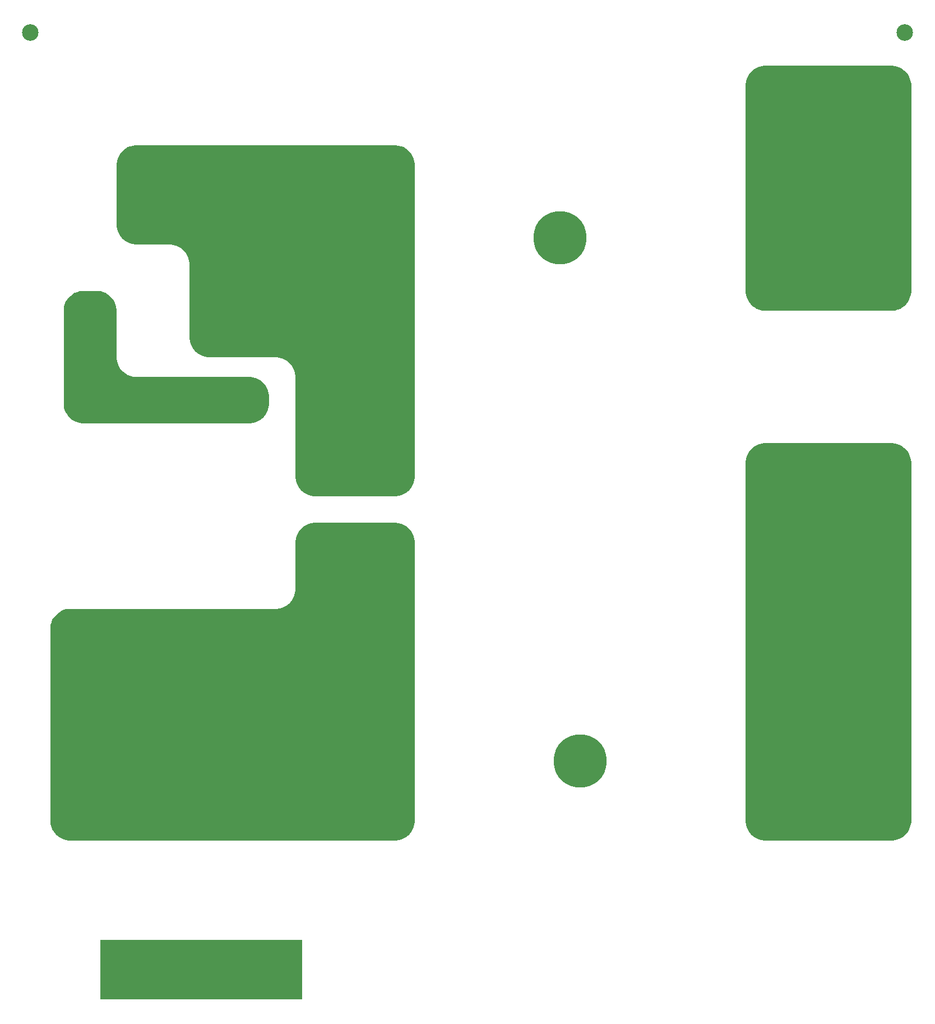
<source format=gbl>
%FSTAX23Y23*%
%MOIN*%
%SFA1B1*%

%IPPOS*%
%ADD10C,0.078700*%
%ADD11C,0.095000*%
%ADD12C,0.098400*%
%ADD13C,0.080000*%
%ADD14C,0.315000*%
%ADD15C,0.275600*%
%ADD16C,0.047200*%
%ADD17R,1.200800X0.354300*%
%LNr100.230.050.001-00_filtr2-1*%
%LPD*%
G36*
X02244Y05315D02*
D01*
X02251*
X02267Y05312*
X02282Y05308*
X02296Y05303*
X02309Y05295*
X02322Y05285*
X02333Y05274*
X02342Y05262*
X0235Y05249*
X02356Y05234*
X0236Y05219*
X02362Y05204*
Y05196*
Y03346*
Y03338*
X0236Y03323*
X02356Y03308*
X0235Y03294*
X02342Y0328*
X02333Y03268*
X02322Y03257*
X02309Y03248*
X02296Y0324*
X02282Y03234*
X02267Y0323*
X02251Y03228*
X02244*
X01771*
X01763*
X01748Y0323*
X01733Y03234*
X01719Y0324*
X01705Y03248*
X01693Y03257*
X01682Y03268*
X01673Y0328*
X01665Y03294*
X01659Y03308*
X01655Y03323*
X01653Y03338*
Y03346*
Y03937*
X01653Y03944*
X01651Y0396*
X01647Y03975*
X01641Y03989*
X01633Y04002*
X01624Y04014*
X01613Y04025*
X01601Y04035*
X01587Y04042*
X01573Y04048*
X01558Y04052*
X01543Y04054*
X01535Y04055*
X01141*
X01134*
X01118Y04057*
X01103Y04061*
X01089Y04067*
X01076Y04074*
X01063Y04084*
X01052Y04095*
X01043Y04107*
X01035Y0412*
X01029Y04135*
X01025Y0415*
X01023Y04165*
Y04173*
Y04606*
X01023Y04614*
X01021Y04629*
X01017Y04644*
X01011Y04658*
X01003Y04671*
X00994Y04684*
X00983Y04695*
X00971Y04704*
X00957Y04712*
X00943Y04718*
X00928Y04722*
X00913Y04724*
X00905Y04724*
X00708*
X007*
X00685Y04726*
X0067Y0473*
X00656Y04736*
X00642Y04744*
X0063Y04753*
X00619Y04764*
X0061Y04776*
X00602Y0479*
X00596Y04804*
X00592Y04819*
X0059Y04834*
Y04842*
Y05196*
Y05204*
X00592Y05219*
X00596Y05234*
X00602Y05249*
X0061Y05262*
X00619Y05274*
X0063Y05285*
X00642Y05295*
X00656Y05303*
X0067Y05308*
X00685Y05312*
X007Y05315*
X00708*
X02244*
G37*
G36*
X01771Y0307D02*
X02244D01*
X02251*
X02267Y03068*
X02282Y03064*
X02296Y03058*
X02309Y03051*
X02322Y03041*
X02333Y0303*
X02342Y03018*
X0235Y03005*
X02356Y0299*
X0236Y02975*
X02362Y0296*
Y02952*
Y01299*
Y01291*
X0236Y01276*
X02356Y01261*
X0235Y01246*
X02342Y01233*
X02333Y01221*
X02322Y0121*
X02309Y012*
X02296Y01193*
X02282Y01187*
X02267Y01183*
X02251Y01181*
X02244*
X00315*
X00307*
X00291Y01183*
X00276Y01187*
X00262Y01193*
X00249Y012*
X00236Y0121*
X00226Y01221*
X00216Y01233*
X00208Y01246*
X00202Y01261*
X00198Y01276*
X00196Y01291*
Y01299*
Y02436*
Y0244*
Y02448*
X00198Y02464*
X00202Y02479*
X00208Y02493*
X00216Y02506*
X00226Y02519*
X00236Y02529*
X00249Y02539*
X00262Y02547*
X00276Y02553*
X00291Y02557*
X00307Y02559*
X00315*
X0153*
X01535*
X01543Y02559*
X01558Y02561*
X01573Y02565*
X01587Y02571*
X01601Y02579*
X01613Y02588*
X01624Y02599*
X01633Y02611*
X01641Y02624*
X01647Y02639*
X01651Y02654*
X01653Y02669*
X01653Y02677*
Y02952*
Y0296*
X01655Y02975*
X01659Y0299*
X01665Y03005*
X01673Y03018*
X01682Y0303*
X01693Y03041*
X01705Y03051*
X01719Y03058*
X01733Y03064*
X01748Y03068*
X01763Y0307*
X01771*
G37*
G36*
X05196Y03543D02*
X05204D01*
X05219Y03541*
X05234Y03537*
X05249Y03531*
X05262Y03523*
X05274Y03514*
X05285Y03503*
X05295Y03491*
X05303Y03477*
X05308Y03463*
X05312Y03448*
X05315Y03432*
Y03425*
Y01299*
Y01291*
X05312Y01276*
X05308Y01261*
X05303Y01246*
X05295Y01233*
X05285Y01221*
X05274Y0121*
X05262Y012*
X05249Y01193*
X05234Y01187*
X05219Y01183*
X05204Y01181*
X04448*
X04441*
X04425Y01183*
X0441Y01187*
X04396Y01193*
X04383Y012*
X0437Y0121*
X04359Y01221*
X0435Y01233*
X04342Y01246*
X04336Y01261*
X04332Y01276*
X0433Y01291*
Y01299*
Y03425*
Y03432*
X04332Y03448*
X04336Y03463*
X04342Y03477*
X0435Y03491*
X04359Y03503*
X0437Y03514*
X04383Y03523*
X04396Y03531*
X0441Y03537*
X04425Y03541*
X04441Y03543*
X04448*
X05196*
G37*
G36*
Y05787D02*
D01*
X05204*
X05219Y05785*
X05234Y05781*
X05249Y05775*
X05262Y05767*
X05274Y05758*
X05285Y05747*
X05295Y05735*
X05303Y05721*
X05308Y05707*
X05312Y05692*
X05315Y05677*
Y05669*
Y04448*
Y04441*
X05312Y04425*
X05308Y0441*
X05303Y04396*
X05295Y04383*
X05285Y0437*
X05274Y04359*
X05262Y0435*
X05249Y04342*
X05234Y04336*
X05219Y04332*
X05204Y0433*
X05196*
X04448*
X04441*
X04425Y04332*
X0441Y04336*
X04396Y04342*
X04383Y0435*
X0437Y04359*
X04359Y0437*
X0435Y04383*
X04342Y04396*
X04336Y0441*
X04332Y04425*
X0433Y04441*
Y04448*
Y05669*
Y05677*
X04332Y05692*
X04336Y05707*
X04342Y05721*
X0435Y05735*
X04359Y05747*
X0437Y05758*
X04383Y05767*
X04396Y05775*
X0441Y05781*
X04425Y05785*
X04441Y05787*
X04448*
X05196*
G37*
G36*
X00495Y04446D02*
X0051Y04442D01*
X00524Y04436*
X00538Y04429*
X0055Y04419*
X00561Y04408*
X0057Y04396*
X00578Y04383*
X00584Y04368*
X00588Y04353*
X0059Y04338*
Y0433*
Y04055*
X0059Y04047*
X00592Y04032*
X00596Y04017*
X00602Y04002*
X0061Y03989*
X00619Y03977*
X0063Y03966*
X00643Y03956*
X00656Y03949*
X0067Y03943*
X00685Y03939*
X007Y03937*
X00708Y03937*
X01378*
X01385*
X01401Y03935*
X01416Y03931*
X0143Y03925*
X01443Y03917*
X01456Y03907*
X01466Y03896*
X01476Y03884*
X01484Y03871*
X0149Y03856*
X01494Y03842*
X01496Y03826*
Y03818*
Y03771*
X01494Y03756*
X0149Y03741*
X01484Y03727*
X01476Y03713*
X01466Y03701*
X01456Y0369*
X01443Y03681*
X0143Y03673*
X01416Y03667*
X01401Y03663*
X01385Y03661*
X01378*
X00393*
X00386*
X0037Y03663*
X00355Y03667*
X00341Y03673*
X00327Y03681*
X00315Y0369*
X00304Y03701*
X00295Y03713*
X00287Y03727*
X00281Y03741*
X00277Y03756*
X00275Y03771*
Y03779*
Y0433*
Y04338*
X00277Y04353*
X00281Y04368*
X00287Y04383*
X00295Y04396*
X00304Y04408*
X00315Y04419*
X00327Y04429*
X00341Y04436*
X00355Y04442*
X0037Y04446*
X00386Y04448*
X00393*
X00472*
X0048*
X00495Y04446*
G37*
G54D10*
X01968Y02999D03*
Y03299D03*
G54D11*
X00784Y01574D03*
X00984D03*
X0496Y05472D03*
X0516D03*
X00823Y05039D03*
X01023D03*
X04957Y03149D03*
X05157D03*
G54D12*
X01469Y04212D03*
X00419D03*
X00078Y05984D03*
X05275D03*
G54D13*
X00511Y03818D03*
Y02342D03*
X01378Y03818D03*
Y02342D03*
G54D14*
X03228Y04763D03*
X03346Y01653D03*
G54D15*
X04734Y04763D03*
X01722D03*
X04852Y01653D03*
X0184D03*
G54D16*
X02307Y01834D03*
Y01716D03*
Y01598D03*
Y0148D03*
Y01362D03*
Y01244D03*
X02189Y01834D03*
Y01716D03*
Y01598D03*
Y0148D03*
Y01362D03*
Y01244D03*
X0207Y01834D03*
Y01716D03*
Y01598D03*
Y0148D03*
Y01362D03*
Y01244D03*
X01952Y01834D03*
Y0148D03*
Y01362D03*
Y01244D03*
X01834Y01834D03*
Y0148D03*
Y01362D03*
Y01244D03*
X01716Y01834D03*
Y0148D03*
Y01362D03*
Y01244D03*
X01598Y01834D03*
Y01716D03*
Y01598D03*
Y0148D03*
Y01362D03*
Y01244D03*
X0148Y01834D03*
Y01716D03*
Y01598D03*
Y0148D03*
Y01362D03*
Y01244D03*
X01362Y01834D03*
Y01716D03*
Y01598D03*
Y0148D03*
Y01362D03*
Y01244D03*
X01244Y01834D03*
Y01716D03*
Y01598D03*
Y0148D03*
Y01362D03*
Y01244D03*
X01126Y01834D03*
Y01716D03*
Y01598D03*
Y0148D03*
Y01362D03*
Y01244D03*
X01007Y01834D03*
Y01716D03*
Y0148D03*
Y01362D03*
Y01244D03*
X00889Y01834D03*
Y01716D03*
Y01244D03*
X00771Y01834D03*
Y01716D03*
Y0148D03*
Y01362D03*
Y01244D03*
X00653Y01834D03*
Y01716D03*
Y01598D03*
Y0148D03*
Y01362D03*
Y01244D03*
X00535Y01834D03*
Y01716D03*
Y01598D03*
Y0148D03*
Y01362D03*
Y01244D03*
X00417Y01834D03*
Y01716D03*
Y01598D03*
Y0148D03*
Y01362D03*
Y01244D03*
X00299Y01834D03*
Y01716D03*
Y01598D03*
Y0148D03*
Y01362D03*
Y01244D03*
X01952Y05141D03*
Y05023D03*
Y04905D03*
Y04787D03*
Y04669D03*
Y04551D03*
Y04433D03*
X01834Y05141D03*
Y05023D03*
Y04905D03*
Y04551D03*
Y04433D03*
X01716Y05141D03*
Y05023D03*
Y04551D03*
Y04433D03*
X01598Y05141D03*
Y05023D03*
Y04905D03*
Y04551D03*
Y04433D03*
X0148Y05141D03*
Y05023D03*
Y04905D03*
Y04787D03*
Y04669D03*
Y04551D03*
Y04433D03*
X01126Y05259D03*
Y05141D03*
Y05023D03*
Y04905D03*
Y04787D03*
X01007Y05259D03*
Y05141D03*
Y04905D03*
Y04787D03*
X00889Y05259D03*
Y05141D03*
Y04905D03*
X00771Y05259D03*
Y05141D03*
Y04905D03*
Y04787D03*
X00653Y05259D03*
Y05141D03*
Y05023D03*
Y04905D03*
Y04787D03*
X05259Y03252D03*
Y03133D03*
Y03015D03*
X05141Y0337D03*
Y03252D03*
Y03015D03*
Y02897D03*
X05023Y0337D03*
Y03252D03*
Y03015D03*
Y02897D03*
X04905Y0337D03*
Y03252D03*
Y03015D03*
Y02897D03*
X04787Y0337D03*
Y03252D03*
Y03133D03*
Y03015D03*
Y02897D03*
X04669Y0337D03*
Y03252D03*
Y03133D03*
Y03015D03*
Y02897D03*
X04551Y0337D03*
Y03252D03*
Y03133D03*
Y03015D03*
Y02897D03*
X04433Y03252D03*
Y03133D03*
Y03015D03*
X05236Y01948D03*
Y0183D03*
Y01712D03*
Y01594D03*
Y01476D03*
X05118Y02066D03*
Y01948D03*
Y0183D03*
Y01712D03*
Y01594D03*
Y01476D03*
Y01358D03*
X05Y02066D03*
Y01948D03*
Y01358D03*
X04881Y02066D03*
Y01948D03*
Y01358D03*
X04763Y02066D03*
Y01948D03*
Y01358D03*
X04645Y02066D03*
Y01948D03*
Y01358D03*
X04527Y02066D03*
Y01948D03*
Y0183D03*
Y01712D03*
Y01594D03*
Y01476D03*
Y01358D03*
X04409Y01948D03*
Y0183D03*
Y01712D03*
Y01594D03*
Y01476D03*
X05177Y05629D03*
Y05275D03*
Y05157D03*
Y05039D03*
Y04921D03*
Y04803D03*
Y04685D03*
Y04566D03*
Y04448D03*
X05059Y05629D03*
Y05275D03*
Y05039D03*
Y04921D03*
Y04803D03*
Y04685D03*
Y04566D03*
Y04448D03*
X0494Y05629D03*
Y05275D03*
Y05157D03*
Y05039D03*
Y04921D03*
Y04803D03*
Y04685D03*
Y04566D03*
Y04448D03*
X04822Y05629D03*
Y05511D03*
Y05393D03*
Y05275D03*
Y05157D03*
Y05039D03*
Y04566D03*
Y04448D03*
X04704Y05629D03*
Y05511D03*
Y05393D03*
Y05275D03*
Y05157D03*
Y05039D03*
Y04566D03*
Y04448D03*
X04586Y05629D03*
Y05511D03*
Y05393D03*
Y05275D03*
Y05157D03*
Y05039D03*
Y04566D03*
Y04448D03*
X04468Y05629D03*
Y05511D03*
Y05393D03*
Y05275D03*
Y05157D03*
Y05039D03*
Y04921D03*
Y04803D03*
Y04685D03*
Y04566D03*
Y04448D03*
G54D17*
X01092Y00413D03*
M02*
</source>
